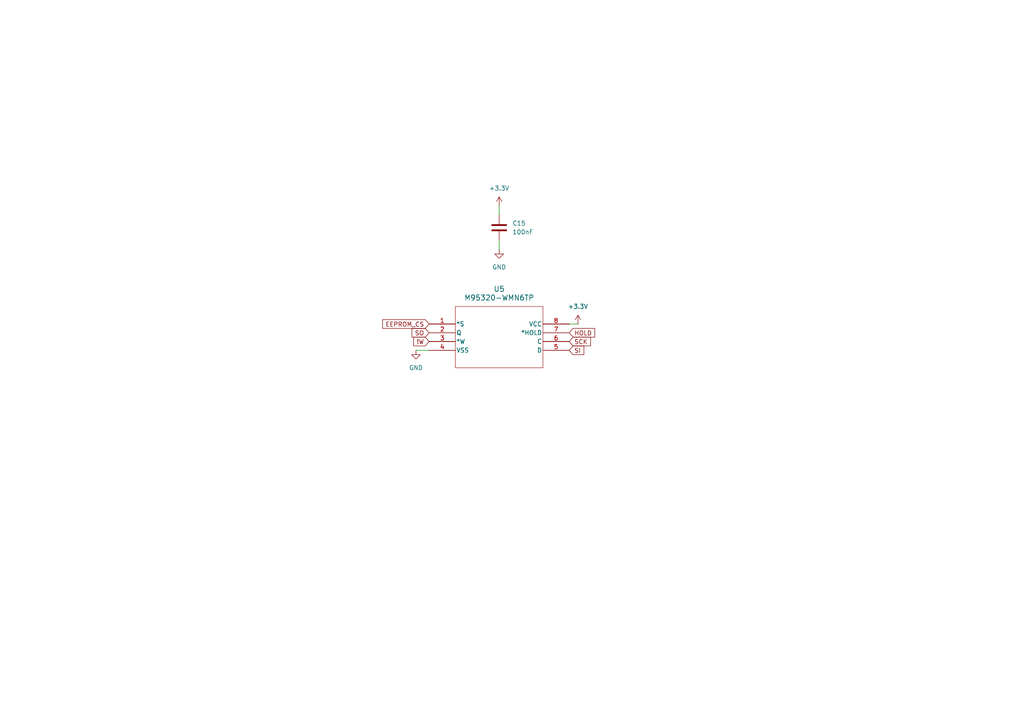
<source format=kicad_sch>
(kicad_sch (version 20250114) (generator "eeschema") (generator_version "9.0")
  (paper "A4")
  (lib_symbols
    (symbol "Device:C" (pin_numbers (hide yes)) (pin_names (offset 0.254))
      (property "Reference" "C" (at 0.635 2.54 0))
      (property "Value" "C" (at 0.635 -2.54 0))
      (symbol "C_0_1"
        (polyline (pts (xy -2.032 0.762) (xy 2.032 0.762)) (stroke (width 0.508)))
        (polyline (pts (xy -2.032 -0.762) (xy 2.032 -0.762)) (stroke (width 0.508)))
      )
      (symbol "C_1_1"
        (pin passive line (at 0 3.81 270) (length 2.794) (name "~") (number "1"))
        (pin passive line (at 0 -3.81 90) (length 2.794) (name "~") (number "2"))
      )
    )
    (symbol "M95320_WMN6TP:M95320-WMN6TP" (pin_names (offset 0.254))
      (property "Reference" "CR" (at 20.32 10.16 0))
      (property "Value" "M95320-WMN6TP" (at 20.32 7.62 0))
      (symbol "M95320-WMN6TP_0_1"
        (polyline (pts (xy 7.62 5.08) (xy 7.62 -12.7)) (stroke (width 0.127)))
        (polyline (pts (xy 7.62 -12.7) (xy 33.02 -12.7)) (stroke (width 0.127)))
        (polyline (pts (xy 33.02 5.08) (xy 7.62 5.08)) (stroke (width 0.127)))
        (polyline (pts (xy 33.02 -12.7) (xy 33.02 5.08)) (stroke (width 0.127)))
        (pin unspecified line (at 0 0 0) (length 7.62) (name "*S") (number "1"))
        (pin output line (at 0 -2.54 0) (length 7.62) (name "Q") (number "2"))
        (pin unspecified line (at 0 -5.08 0) (length 7.62) (name "*W") (number "3"))
        (pin power_in line (at 0 -7.62 0) (length 7.62) (name "VSS") (number "4"))
        (pin power_in line (at 40.64 0 180) (length 7.62) (name "VCC") (number "8"))
        (pin unspecified line (at 40.64 -2.54 180) (length 7.62) (name "*HOLD") (number "7"))
        (pin unspecified line (at 40.64 -5.08 180) (length 7.62) (name "C") (number "6"))
        (pin input line (at 40.64 -7.62 180) (length 7.62) (name "D") (number "5"))
      )
    )
    (symbol "power:+3.3V" (power) (pin_numbers (hide yes)) (pin_names (offset 0) (hide yes))
      (property "Value" "+3.3V" (at 0 3.556 0))
      (symbol "+3.3V_0_1"
        (polyline (pts (xy -0.762 1.27) (xy 0 2.54)))
        (polyline (pts (xy 0 2.54) (xy 0.762 1.27)))
        (polyline (pts (xy 0 0) (xy 0 2.54)))
      )
      (symbol "+3.3V_1_1"
        (pin power_in line (at 0 0 90) (length 0) (name "~") (number "1"))
      )
    )
    (symbol "power:GND" (power) (pin_numbers (hide yes)) (pin_names (offset 0) (hide yes))
      (property "Value" "GND" (at 0 -3.81 0))
      (symbol "GND_0_1"
        (polyline (pts (xy 0 0) (xy 0 -1.27) (xy 1.27 -1.27) (xy 0 -2.54) (xy -1.27 -1.27) (xy 0 -1.27)))
      )
      (symbol "GND_1_1"
        (pin power_in line (at 0 0 270) (length 0) (name "~") (number "1"))
      )
    )
  )
  (wire (pts (xy 165.1 93.98) (xy 167.64 93.98)))
  (wire (pts (xy 144.78 59.69) (xy 144.78 62.23)))
  (wire (pts (xy 144.78 69.85) (xy 144.78 72.39)))
  (wire (pts (xy 120.65 101.6) (xy 124.46 101.6)))
  (global_label "SO" (shape input) (at 124.46 96.52 180) (property "Intersheetrefs" "${INTERSHEET_REFS}" (effects (hide yes))))
  (global_label "SCK" (shape input) (at 165.1 99.06 0) (property "Intersheetrefs" "${INTERSHEET_REFS}" (effects (hide yes))))
  (global_label "HOLD" (shape input) (at 165.1 96.52 0) (property "Intersheetrefs" "${INTERSHEET_REFS}" (effects (hide yes))))
  (global_label "SI" (shape input) (at 165.1 101.6 0) (property "Intersheetrefs" "${INTERSHEET_REFS}" (effects (hide yes))))
  (global_label "EEPROM_CS" (shape input) (at 124.46 93.98 180) (property "Intersheetrefs" "${INTERSHEET_REFS}" (effects (hide yes))))
  (global_label "!W" (shape input) (at 124.46 99.06 180) (property "Intersheetrefs" "${INTERSHEET_REFS}" (effects (hide yes))))
  (symbol (lib_id "M95320_WMN6TP:M95320-WMN6TP") (at 124.46 93.98 0) (unit 1)
    (property "Reference" "U5" (at 144.78 83.82 0) (effects (font (size 1.524 1.524))))
    (property "Value" "M95320-WMN6TP" (at 144.78 86.36 0) (effects (font (size 1.524 1.524))))
    (property "Footprint" "Footprints:M95320_WMN6TP-L" (effects (hide yes)))
    (property "Datasheet" "https://www.st.com/resource/en/datasheet/m95320-w.pdf" (effects (hide yes)))
  )
  (symbol (lib_id "power:GND") (at 144.78 72.39 0) (unit 1)
    (property "Reference" "#PWR029" (effects (hide yes)))
    (property "Value" "GND" (at 144.78 77.47 0))
    (property "Description" "Power symbol creates a global label with name \"GND\" , ground" (effects (hide yes)))
  )
  (symbol (lib_id "power:GND") (at 120.65 101.6 0) (unit 1)
    (property "Reference" "#PWR031" (effects (hide yes)))
    (property "Value" "GND" (at 120.65 106.68 0))
    (property "Description" "Power symbol creates a global label with name \"GND\" , ground" (effects (hide yes)))
  )
  (symbol (lib_id "Device:C") (at 144.78 66.04 0) (unit 1)
    (property "Reference" "C15" (at 148.59 64.7699 0) (effects (justify left)))
    (property "Value" "100nF" (at 148.59 67.3099 0) (effects (justify left)))
    (property "Footprint" "Capacitor_SMD:C_0603_1608Metric_Pad1.08x0.95mm_HandSolder" (effects (hide yes)))
    (property "Description" "Unpolarized capacitor" (effects (hide yes)))
  )
  (symbol (lib_id "power:+3.3V") (at 144.78 59.69 0) (unit 1)
    (property "Reference" "#PWR028" (effects (hide yes)))
    (property "Value" "+3.3V" (at 144.78 54.61 0))
    (property "Description" "Power symbol creates a global label with name \"+3.3V\"" (effects (hide yes)))
  )
  (symbol (lib_id "power:+3.3V") (at 167.64 93.98 0) (unit 1)
    (property "Reference" "#PWR030" (effects (hide yes)))
    (property "Value" "+3.3V" (at 167.64 88.9 0))
    (property "Description" "Power symbol creates a global label with name \"+3.3V\"" (effects (hide yes)))
  )
)
</source>
